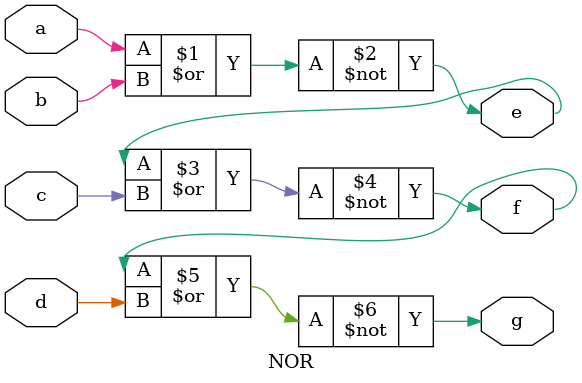
<source format=v>
`timescale 1ns / 1ps

module NOR(
    input a, b, c, d,
    output e, f, g
    );
    
assign e = ~(a|b);
assign f = ~(e|c);
assign g = ~(f|d);

endmodule

</source>
